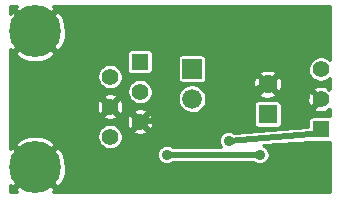
<source format=gbr>
G04 #@! TF.FileFunction,Copper,L2,Bot,Signal*
%FSLAX46Y46*%
G04 Gerber Fmt 4.6, Leading zero omitted, Abs format (unit mm)*
G04 Created by KiCad (PCBNEW (after 2015-mar-04 BZR unknown)-product) date 25.04.2015 22:10:00*
%MOMM*%
G01*
G04 APERTURE LIST*
%ADD10C,0.100000*%
%ADD11R,1.676400X1.676400*%
%ADD12C,1.676400*%
%ADD13R,1.600000X1.600000*%
%ADD14C,1.600000*%
%ADD15C,4.400000*%
%ADD16C,1.400000*%
%ADD17R,1.400000X1.400000*%
%ADD18C,0.900000*%
%ADD19C,0.500000*%
%ADD20C,0.254000*%
G04 APERTURE END LIST*
D10*
D11*
X171600000Y-89930000D03*
D12*
X171600000Y-92470000D03*
D13*
X178000000Y-93770000D03*
D14*
X178000000Y-91230000D03*
D15*
X158300000Y-86750000D03*
X158300000Y-98250000D03*
D16*
X167189960Y-91865000D03*
X164649960Y-93135000D03*
X167189960Y-94405000D03*
X164649960Y-90595000D03*
D17*
X167192500Y-89325000D03*
D16*
X164652500Y-95675000D03*
X182500000Y-92500000D03*
X182500000Y-89960000D03*
D17*
X182500000Y-95040000D03*
D18*
X174693900Y-96009300D03*
X169465800Y-97200000D03*
X177334200Y-97200000D03*
D19*
X172147400Y-93858300D02*
X167190000Y-94405000D01*
X172194600Y-93838800D02*
X172147400Y-93858300D01*
X178000000Y-91230000D02*
X172194600Y-93838800D01*
X181696400Y-95490000D02*
X174693900Y-96009300D01*
X181800000Y-95490000D02*
X181696400Y-95490000D01*
X182050000Y-95490000D02*
X181800000Y-95490000D01*
X182500000Y-95040000D02*
X182050000Y-95490000D01*
X169465800Y-97200000D02*
X177334200Y-97200000D01*
D20*
G36*
X183248000Y-100348000D02*
X168319388Y-100348000D01*
X168319388Y-94322277D01*
X168281548Y-94103526D01*
X168271324Y-94076980D01*
X168271324Y-90025000D01*
X168271324Y-88625000D01*
X168266352Y-88563823D01*
X168234607Y-88462301D01*
X168175889Y-88373607D01*
X168094828Y-88304733D01*
X167997816Y-88261109D01*
X167892500Y-88246176D01*
X166492500Y-88246176D01*
X166431323Y-88251148D01*
X166329801Y-88282893D01*
X166241107Y-88341611D01*
X166172233Y-88422672D01*
X166128609Y-88519684D01*
X166113676Y-88625000D01*
X166113676Y-90025000D01*
X166118648Y-90086177D01*
X166150393Y-90187699D01*
X166209111Y-90276393D01*
X166290172Y-90345267D01*
X166387184Y-90388891D01*
X166492500Y-90403824D01*
X167892500Y-90403824D01*
X167953677Y-90398852D01*
X168055199Y-90367107D01*
X168143893Y-90308389D01*
X168212767Y-90227328D01*
X168256391Y-90130316D01*
X168271324Y-90025000D01*
X168271324Y-94076980D01*
X168267006Y-94065769D01*
X168267006Y-91759395D01*
X168225982Y-91552207D01*
X168145496Y-91356933D01*
X168028613Y-91181011D01*
X167879787Y-91031142D01*
X167704686Y-90913035D01*
X167509979Y-90831187D01*
X167303082Y-90788717D01*
X167091876Y-90787243D01*
X166884407Y-90826820D01*
X166688576Y-90905941D01*
X166511842Y-91021592D01*
X166360938Y-91169368D01*
X166241611Y-91343641D01*
X166158407Y-91537772D01*
X166114493Y-91744367D01*
X166111544Y-91955557D01*
X166149672Y-92163298D01*
X166227424Y-92359676D01*
X166341838Y-92537213D01*
X166488558Y-92689145D01*
X166661993Y-92809686D01*
X166855538Y-92894244D01*
X167061822Y-92939598D01*
X167272986Y-92944021D01*
X167480988Y-92907345D01*
X167677905Y-92830966D01*
X167856236Y-92717794D01*
X168009188Y-92572139D01*
X168130937Y-92399549D01*
X168216844Y-92206599D01*
X168263637Y-92000637D01*
X168267006Y-91759395D01*
X168267006Y-94065769D01*
X168201758Y-93896360D01*
X168175003Y-93846306D01*
X167999463Y-93775102D01*
X167819858Y-93954707D01*
X167819858Y-93595497D01*
X167748654Y-93419957D01*
X167545747Y-93329889D01*
X167329167Y-93281136D01*
X167107237Y-93275572D01*
X166888486Y-93313412D01*
X166681320Y-93393202D01*
X166631266Y-93419957D01*
X166560062Y-93595497D01*
X167189960Y-94225395D01*
X167819858Y-93595497D01*
X167819858Y-93954707D01*
X167369565Y-94405000D01*
X167999463Y-95034898D01*
X168175003Y-94963694D01*
X168265071Y-94760787D01*
X168313824Y-94544207D01*
X168319388Y-94322277D01*
X168319388Y-100348000D01*
X167819858Y-100348000D01*
X167819858Y-95214503D01*
X167189960Y-94584605D01*
X167010355Y-94764210D01*
X167010355Y-94405000D01*
X166380457Y-93775102D01*
X166204917Y-93846306D01*
X166114849Y-94049213D01*
X166066096Y-94265793D01*
X166060532Y-94487723D01*
X166098372Y-94706474D01*
X166178162Y-94913640D01*
X166204917Y-94963694D01*
X166380457Y-95034898D01*
X167010355Y-94405000D01*
X167010355Y-94764210D01*
X166560062Y-95214503D01*
X166631266Y-95390043D01*
X166834173Y-95480111D01*
X167050753Y-95528864D01*
X167272683Y-95534428D01*
X167491434Y-95496588D01*
X167698600Y-95416798D01*
X167748654Y-95390043D01*
X167819858Y-95214503D01*
X167819858Y-100348000D01*
X165779388Y-100348000D01*
X165779388Y-93052277D01*
X165741548Y-92833526D01*
X165727006Y-92795769D01*
X165727006Y-90489395D01*
X165685982Y-90282207D01*
X165605496Y-90086933D01*
X165488613Y-89911011D01*
X165339787Y-89761142D01*
X165164686Y-89643035D01*
X164969979Y-89561187D01*
X164763082Y-89518717D01*
X164551876Y-89517243D01*
X164344407Y-89556820D01*
X164148576Y-89635941D01*
X163971842Y-89751592D01*
X163820938Y-89899368D01*
X163701611Y-90073641D01*
X163618407Y-90267772D01*
X163574493Y-90474367D01*
X163571544Y-90685557D01*
X163609672Y-90893298D01*
X163687424Y-91089676D01*
X163801838Y-91267213D01*
X163948558Y-91419145D01*
X164121993Y-91539686D01*
X164315538Y-91624244D01*
X164521822Y-91669598D01*
X164732986Y-91674021D01*
X164940988Y-91637345D01*
X165137905Y-91560966D01*
X165316236Y-91447794D01*
X165469188Y-91302139D01*
X165590937Y-91129549D01*
X165676844Y-90936599D01*
X165723637Y-90730637D01*
X165727006Y-90489395D01*
X165727006Y-92795769D01*
X165661758Y-92626360D01*
X165635003Y-92576306D01*
X165459463Y-92505102D01*
X165279858Y-92684707D01*
X165279858Y-92325497D01*
X165208654Y-92149957D01*
X165005747Y-92059889D01*
X164789167Y-92011136D01*
X164567237Y-92005572D01*
X164348486Y-92043412D01*
X164141320Y-92123202D01*
X164091266Y-92149957D01*
X164020062Y-92325497D01*
X164649960Y-92955395D01*
X165279858Y-92325497D01*
X165279858Y-92684707D01*
X164829565Y-93135000D01*
X165459463Y-93764898D01*
X165635003Y-93693694D01*
X165725071Y-93490787D01*
X165773824Y-93274207D01*
X165779388Y-93052277D01*
X165779388Y-100348000D01*
X165729546Y-100348000D01*
X165729546Y-95569395D01*
X165688522Y-95362207D01*
X165608036Y-95166933D01*
X165491153Y-94991011D01*
X165342327Y-94841142D01*
X165279858Y-94799006D01*
X165279858Y-93944503D01*
X164649960Y-93314605D01*
X164470355Y-93494210D01*
X164470355Y-93135000D01*
X163840457Y-92505102D01*
X163664917Y-92576306D01*
X163574849Y-92779213D01*
X163526096Y-92995793D01*
X163520532Y-93217723D01*
X163558372Y-93436474D01*
X163638162Y-93643640D01*
X163664917Y-93693694D01*
X163840457Y-93764898D01*
X164470355Y-93135000D01*
X164470355Y-93494210D01*
X164020062Y-93944503D01*
X164091266Y-94120043D01*
X164294173Y-94210111D01*
X164510753Y-94258864D01*
X164732683Y-94264428D01*
X164951434Y-94226588D01*
X165158600Y-94146798D01*
X165208654Y-94120043D01*
X165279858Y-93944503D01*
X165279858Y-94799006D01*
X165167226Y-94723035D01*
X164972519Y-94641187D01*
X164765622Y-94598717D01*
X164554416Y-94597243D01*
X164346947Y-94636820D01*
X164151116Y-94715941D01*
X163974382Y-94831592D01*
X163823478Y-94979368D01*
X163704151Y-95153641D01*
X163620947Y-95347772D01*
X163577033Y-95554367D01*
X163574084Y-95765557D01*
X163612212Y-95973298D01*
X163689964Y-96169676D01*
X163804378Y-96347213D01*
X163951098Y-96499145D01*
X164124533Y-96619686D01*
X164318078Y-96704244D01*
X164524362Y-96749598D01*
X164735526Y-96754021D01*
X164943528Y-96717345D01*
X165140445Y-96640966D01*
X165318776Y-96527794D01*
X165471728Y-96382139D01*
X165593477Y-96209549D01*
X165679384Y-96016599D01*
X165726177Y-95810637D01*
X165729546Y-95569395D01*
X165729546Y-100348000D01*
X160939607Y-100348000D01*
X160939607Y-98226613D01*
X160939607Y-86726613D01*
X160884325Y-86212101D01*
X160729730Y-85718260D01*
X160507746Y-85302959D01*
X160178624Y-85050982D01*
X158479605Y-86750000D01*
X160178624Y-88449018D01*
X160507746Y-88197041D01*
X160747629Y-87738527D01*
X160893451Y-87242024D01*
X160939607Y-86726613D01*
X160939607Y-98226613D01*
X160884325Y-97712101D01*
X160729730Y-97218260D01*
X160507746Y-96802959D01*
X160178624Y-96550982D01*
X159999018Y-96730587D01*
X159999018Y-96371376D01*
X159999018Y-88628624D01*
X158300000Y-86929605D01*
X156600982Y-88628624D01*
X156852959Y-88957746D01*
X157311473Y-89197629D01*
X157807976Y-89343451D01*
X158323387Y-89389607D01*
X158837899Y-89334325D01*
X159331740Y-89179730D01*
X159747041Y-88957746D01*
X159999018Y-88628624D01*
X159999018Y-96371376D01*
X159747041Y-96042254D01*
X159288527Y-95802371D01*
X158792024Y-95656549D01*
X158276613Y-95610393D01*
X157762101Y-95665675D01*
X157268260Y-95820270D01*
X156852959Y-96042254D01*
X156600982Y-96371376D01*
X158300000Y-98070395D01*
X159999018Y-96371376D01*
X159999018Y-96730587D01*
X158479605Y-98250000D01*
X160178624Y-99949018D01*
X160507746Y-99697041D01*
X160747629Y-99238527D01*
X160893451Y-98742024D01*
X160939607Y-98226613D01*
X160939607Y-100348000D01*
X159831062Y-100348000D01*
X159999018Y-100128624D01*
X158300000Y-98429605D01*
X156600982Y-100128624D01*
X156768937Y-100348000D01*
X156152000Y-100348000D01*
X156152000Y-99742782D01*
X156421376Y-99949018D01*
X158120395Y-98250000D01*
X156421376Y-96550982D01*
X156152000Y-96757217D01*
X156152000Y-88242782D01*
X156421376Y-88449018D01*
X158120395Y-86750000D01*
X156421376Y-85050982D01*
X156152000Y-85257217D01*
X156152000Y-84652000D01*
X156768937Y-84652000D01*
X156600982Y-84871376D01*
X158300000Y-86570395D01*
X159999018Y-84871376D01*
X159831062Y-84652000D01*
X183248000Y-84652000D01*
X183248000Y-89184722D01*
X183189827Y-89126142D01*
X183014726Y-89008035D01*
X182820019Y-88926187D01*
X182613122Y-88883717D01*
X182401916Y-88882243D01*
X182194447Y-88921820D01*
X181998616Y-89000941D01*
X181821882Y-89116592D01*
X181670978Y-89264368D01*
X181551651Y-89438641D01*
X181468447Y-89632772D01*
X181424533Y-89839367D01*
X181421584Y-90050557D01*
X181459712Y-90258298D01*
X181537464Y-90454676D01*
X181651878Y-90632213D01*
X181798598Y-90784145D01*
X181972033Y-90904686D01*
X182165578Y-90989244D01*
X182371862Y-91034598D01*
X182583026Y-91039021D01*
X182791028Y-91002345D01*
X182987945Y-90925966D01*
X183166276Y-90812794D01*
X183248000Y-90734968D01*
X183248000Y-91647338D01*
X183210527Y-91609865D01*
X183129897Y-91690494D01*
X183058694Y-91514957D01*
X182855787Y-91424889D01*
X182639207Y-91376136D01*
X182417277Y-91370572D01*
X182198526Y-91408412D01*
X181991360Y-91488202D01*
X181941306Y-91514957D01*
X181870102Y-91690497D01*
X182500000Y-92320395D01*
X182514142Y-92306252D01*
X182693747Y-92485857D01*
X182679605Y-92500000D01*
X182693747Y-92514142D01*
X182514142Y-92693747D01*
X182500000Y-92679605D01*
X182320395Y-92859210D01*
X182320395Y-92500000D01*
X181690497Y-91870102D01*
X181514957Y-91941306D01*
X181424889Y-92144213D01*
X181376136Y-92360793D01*
X181370572Y-92582723D01*
X181408412Y-92801474D01*
X181488202Y-93008640D01*
X181514957Y-93058694D01*
X181690497Y-93129898D01*
X182320395Y-92500000D01*
X182320395Y-92859210D01*
X181870102Y-93309503D01*
X181941306Y-93485043D01*
X182144213Y-93575111D01*
X182360793Y-93623864D01*
X182582723Y-93629428D01*
X182801474Y-93591588D01*
X183008640Y-93511798D01*
X183058694Y-93485043D01*
X183129897Y-93309505D01*
X183129898Y-93309506D01*
X183210527Y-93390135D01*
X183248000Y-93352662D01*
X183248000Y-93967982D01*
X183200000Y-93961176D01*
X183129898Y-93961176D01*
X181800000Y-93961176D01*
X181738823Y-93966148D01*
X181637301Y-93997893D01*
X181548607Y-94056611D01*
X181479733Y-94137672D01*
X181436109Y-94234684D01*
X181421176Y-94340000D01*
X181421176Y-94881688D01*
X179230419Y-95044152D01*
X179230419Y-91151245D01*
X179191412Y-90912715D01*
X179106620Y-90686378D01*
X179066810Y-90611897D01*
X178881057Y-90528548D01*
X178701452Y-90708153D01*
X178701452Y-90348943D01*
X178618103Y-90163190D01*
X178398101Y-90063103D01*
X178162801Y-90007859D01*
X177921245Y-89999581D01*
X177682715Y-90038588D01*
X177456378Y-90123380D01*
X177381897Y-90163190D01*
X177298548Y-90348943D01*
X178000000Y-91050395D01*
X178701452Y-90348943D01*
X178701452Y-90708153D01*
X178179605Y-91230000D01*
X178881057Y-91931452D01*
X179066810Y-91848103D01*
X179166897Y-91628101D01*
X179222141Y-91392801D01*
X179230419Y-91151245D01*
X179230419Y-95044152D01*
X179178824Y-95047979D01*
X179178824Y-94570000D01*
X179178824Y-92970000D01*
X179173852Y-92908823D01*
X179142107Y-92807301D01*
X179083389Y-92718607D01*
X179002328Y-92649733D01*
X178905316Y-92606109D01*
X178800000Y-92591176D01*
X178701452Y-92591176D01*
X178701452Y-92111057D01*
X178000000Y-91409605D01*
X177820395Y-91589210D01*
X177820395Y-91230000D01*
X177118943Y-90528548D01*
X176933190Y-90611897D01*
X176833103Y-90831899D01*
X176777859Y-91067199D01*
X176769581Y-91308755D01*
X176808588Y-91547285D01*
X176893380Y-91773622D01*
X176933190Y-91848103D01*
X177118943Y-91931452D01*
X177820395Y-91230000D01*
X177820395Y-91589210D01*
X177298548Y-92111057D01*
X177381897Y-92296810D01*
X177601899Y-92396897D01*
X177837199Y-92452141D01*
X178078755Y-92460419D01*
X178317285Y-92421412D01*
X178543622Y-92336620D01*
X178618103Y-92296810D01*
X178701452Y-92111057D01*
X178701452Y-92591176D01*
X177200000Y-92591176D01*
X177138823Y-92596148D01*
X177037301Y-92627893D01*
X176948607Y-92686611D01*
X176879733Y-92767672D01*
X176836109Y-92864684D01*
X176821176Y-92970000D01*
X176821176Y-94570000D01*
X176826148Y-94631177D01*
X176857893Y-94732699D01*
X176916611Y-94821393D01*
X176997672Y-94890267D01*
X177094684Y-94933891D01*
X177200000Y-94948824D01*
X178800000Y-94948824D01*
X178861177Y-94943852D01*
X178962699Y-94912107D01*
X179051393Y-94853389D01*
X179120267Y-94772328D01*
X179163891Y-94675316D01*
X179178824Y-94570000D01*
X179178824Y-95047979D01*
X175186591Y-95344040D01*
X175089144Y-95278311D01*
X174939634Y-95215463D01*
X174780763Y-95182851D01*
X174618584Y-95181719D01*
X174459274Y-95212109D01*
X174308901Y-95272864D01*
X174173192Y-95361669D01*
X174057316Y-95475143D01*
X173965688Y-95608962D01*
X173901798Y-95758030D01*
X173868078Y-95916669D01*
X173865813Y-96078836D01*
X173895091Y-96238355D01*
X173954794Y-96389149D01*
X174042650Y-96525474D01*
X174088545Y-96573000D01*
X172817024Y-96573000D01*
X172817024Y-90768200D01*
X172817024Y-89091800D01*
X172812052Y-89030623D01*
X172780307Y-88929101D01*
X172721589Y-88840407D01*
X172640528Y-88771533D01*
X172543516Y-88727909D01*
X172438200Y-88712976D01*
X170761800Y-88712976D01*
X170700623Y-88717948D01*
X170599101Y-88749693D01*
X170510407Y-88808411D01*
X170441533Y-88889472D01*
X170397909Y-88986484D01*
X170382976Y-89091800D01*
X170382976Y-90768200D01*
X170387948Y-90829377D01*
X170419693Y-90930899D01*
X170478411Y-91019593D01*
X170559472Y-91088467D01*
X170656484Y-91132091D01*
X170761800Y-91147024D01*
X172438200Y-91147024D01*
X172499377Y-91142052D01*
X172600899Y-91110307D01*
X172689593Y-91051589D01*
X172758467Y-90970528D01*
X172802091Y-90873516D01*
X172817024Y-90768200D01*
X172817024Y-96573000D01*
X172815252Y-96573000D01*
X172815252Y-92350843D01*
X172768964Y-92117069D01*
X172678150Y-91896738D01*
X172546269Y-91698242D01*
X172378346Y-91529142D01*
X172180775Y-91395879D01*
X171961083Y-91303529D01*
X171727638Y-91255609D01*
X171489330Y-91253945D01*
X171255238Y-91298601D01*
X171034278Y-91387875D01*
X170834867Y-91518366D01*
X170664598Y-91685105D01*
X170529959Y-91881740D01*
X170436078Y-92100782D01*
X170386530Y-92333888D01*
X170383202Y-92572177D01*
X170426223Y-92806575D01*
X170513951Y-93028153D01*
X170643048Y-93228471D01*
X170808594Y-93399899D01*
X171004284Y-93535908D01*
X171222666Y-93631316D01*
X171455419Y-93682490D01*
X171693680Y-93687481D01*
X171928373Y-93646099D01*
X172150558Y-93559919D01*
X172351772Y-93432224D01*
X172524352Y-93267879D01*
X172661723Y-93073143D01*
X172758654Y-92855433D01*
X172811451Y-92623042D01*
X172815252Y-92350843D01*
X172815252Y-96573000D01*
X170008704Y-96573000D01*
X169995500Y-96559703D01*
X169861044Y-96469011D01*
X169711534Y-96406163D01*
X169552663Y-96373551D01*
X169390484Y-96372419D01*
X169231174Y-96402809D01*
X169080801Y-96463564D01*
X168945092Y-96552369D01*
X168829216Y-96665843D01*
X168737588Y-96799662D01*
X168673698Y-96948730D01*
X168639978Y-97107369D01*
X168637713Y-97269536D01*
X168666991Y-97429055D01*
X168726694Y-97579849D01*
X168814550Y-97716174D01*
X168927212Y-97832839D01*
X169060388Y-97925399D01*
X169209007Y-97990329D01*
X169367406Y-98025155D01*
X169529554Y-98028552D01*
X169689273Y-98000389D01*
X169840480Y-97941740D01*
X169977415Y-97854838D01*
X170006647Y-97827000D01*
X176789973Y-97827000D01*
X176795612Y-97832839D01*
X176928788Y-97925399D01*
X177077407Y-97990329D01*
X177235806Y-98025155D01*
X177397954Y-98028552D01*
X177557673Y-98000389D01*
X177708880Y-97941740D01*
X177845815Y-97854838D01*
X177963264Y-97742993D01*
X178056751Y-97610466D01*
X178122717Y-97462305D01*
X178158648Y-97304152D01*
X178161235Y-97118909D01*
X178129733Y-96959814D01*
X178067930Y-96809869D01*
X177978180Y-96674783D01*
X177863900Y-96559703D01*
X177729444Y-96469011D01*
X177615994Y-96421321D01*
X181719617Y-96117000D01*
X181787136Y-96117000D01*
X181800000Y-96118824D01*
X183200000Y-96118824D01*
X183248000Y-96114922D01*
X183248000Y-100348000D01*
X183248000Y-100348000D01*
G37*
X183248000Y-100348000D02*
X168319388Y-100348000D01*
X168319388Y-94322277D01*
X168281548Y-94103526D01*
X168271324Y-94076980D01*
X168271324Y-90025000D01*
X168271324Y-88625000D01*
X168266352Y-88563823D01*
X168234607Y-88462301D01*
X168175889Y-88373607D01*
X168094828Y-88304733D01*
X167997816Y-88261109D01*
X167892500Y-88246176D01*
X166492500Y-88246176D01*
X166431323Y-88251148D01*
X166329801Y-88282893D01*
X166241107Y-88341611D01*
X166172233Y-88422672D01*
X166128609Y-88519684D01*
X166113676Y-88625000D01*
X166113676Y-90025000D01*
X166118648Y-90086177D01*
X166150393Y-90187699D01*
X166209111Y-90276393D01*
X166290172Y-90345267D01*
X166387184Y-90388891D01*
X166492500Y-90403824D01*
X167892500Y-90403824D01*
X167953677Y-90398852D01*
X168055199Y-90367107D01*
X168143893Y-90308389D01*
X168212767Y-90227328D01*
X168256391Y-90130316D01*
X168271324Y-90025000D01*
X168271324Y-94076980D01*
X168267006Y-94065769D01*
X168267006Y-91759395D01*
X168225982Y-91552207D01*
X168145496Y-91356933D01*
X168028613Y-91181011D01*
X167879787Y-91031142D01*
X167704686Y-90913035D01*
X167509979Y-90831187D01*
X167303082Y-90788717D01*
X167091876Y-90787243D01*
X166884407Y-90826820D01*
X166688576Y-90905941D01*
X166511842Y-91021592D01*
X166360938Y-91169368D01*
X166241611Y-91343641D01*
X166158407Y-91537772D01*
X166114493Y-91744367D01*
X166111544Y-91955557D01*
X166149672Y-92163298D01*
X166227424Y-92359676D01*
X166341838Y-92537213D01*
X166488558Y-92689145D01*
X166661993Y-92809686D01*
X166855538Y-92894244D01*
X167061822Y-92939598D01*
X167272986Y-92944021D01*
X167480988Y-92907345D01*
X167677905Y-92830966D01*
X167856236Y-92717794D01*
X168009188Y-92572139D01*
X168130937Y-92399549D01*
X168216844Y-92206599D01*
X168263637Y-92000637D01*
X168267006Y-91759395D01*
X168267006Y-94065769D01*
X168201758Y-93896360D01*
X168175003Y-93846306D01*
X167999463Y-93775102D01*
X167819858Y-93954707D01*
X167819858Y-93595497D01*
X167748654Y-93419957D01*
X167545747Y-93329889D01*
X167329167Y-93281136D01*
X167107237Y-93275572D01*
X166888486Y-93313412D01*
X166681320Y-93393202D01*
X166631266Y-93419957D01*
X166560062Y-93595497D01*
X167189960Y-94225395D01*
X167819858Y-93595497D01*
X167819858Y-93954707D01*
X167369565Y-94405000D01*
X167999463Y-95034898D01*
X168175003Y-94963694D01*
X168265071Y-94760787D01*
X168313824Y-94544207D01*
X168319388Y-94322277D01*
X168319388Y-100348000D01*
X167819858Y-100348000D01*
X167819858Y-95214503D01*
X167189960Y-94584605D01*
X167010355Y-94764210D01*
X167010355Y-94405000D01*
X166380457Y-93775102D01*
X166204917Y-93846306D01*
X166114849Y-94049213D01*
X166066096Y-94265793D01*
X166060532Y-94487723D01*
X166098372Y-94706474D01*
X166178162Y-94913640D01*
X166204917Y-94963694D01*
X166380457Y-95034898D01*
X167010355Y-94405000D01*
X167010355Y-94764210D01*
X166560062Y-95214503D01*
X166631266Y-95390043D01*
X166834173Y-95480111D01*
X167050753Y-95528864D01*
X167272683Y-95534428D01*
X167491434Y-95496588D01*
X167698600Y-95416798D01*
X167748654Y-95390043D01*
X167819858Y-95214503D01*
X167819858Y-100348000D01*
X165779388Y-100348000D01*
X165779388Y-93052277D01*
X165741548Y-92833526D01*
X165727006Y-92795769D01*
X165727006Y-90489395D01*
X165685982Y-90282207D01*
X165605496Y-90086933D01*
X165488613Y-89911011D01*
X165339787Y-89761142D01*
X165164686Y-89643035D01*
X164969979Y-89561187D01*
X164763082Y-89518717D01*
X164551876Y-89517243D01*
X164344407Y-89556820D01*
X164148576Y-89635941D01*
X163971842Y-89751592D01*
X163820938Y-89899368D01*
X163701611Y-90073641D01*
X163618407Y-90267772D01*
X163574493Y-90474367D01*
X163571544Y-90685557D01*
X163609672Y-90893298D01*
X163687424Y-91089676D01*
X163801838Y-91267213D01*
X163948558Y-91419145D01*
X164121993Y-91539686D01*
X164315538Y-91624244D01*
X164521822Y-91669598D01*
X164732986Y-91674021D01*
X164940988Y-91637345D01*
X165137905Y-91560966D01*
X165316236Y-91447794D01*
X165469188Y-91302139D01*
X165590937Y-91129549D01*
X165676844Y-90936599D01*
X165723637Y-90730637D01*
X165727006Y-90489395D01*
X165727006Y-92795769D01*
X165661758Y-92626360D01*
X165635003Y-92576306D01*
X165459463Y-92505102D01*
X165279858Y-92684707D01*
X165279858Y-92325497D01*
X165208654Y-92149957D01*
X165005747Y-92059889D01*
X164789167Y-92011136D01*
X164567237Y-92005572D01*
X164348486Y-92043412D01*
X164141320Y-92123202D01*
X164091266Y-92149957D01*
X164020062Y-92325497D01*
X164649960Y-92955395D01*
X165279858Y-92325497D01*
X165279858Y-92684707D01*
X164829565Y-93135000D01*
X165459463Y-93764898D01*
X165635003Y-93693694D01*
X165725071Y-93490787D01*
X165773824Y-93274207D01*
X165779388Y-93052277D01*
X165779388Y-100348000D01*
X165729546Y-100348000D01*
X165729546Y-95569395D01*
X165688522Y-95362207D01*
X165608036Y-95166933D01*
X165491153Y-94991011D01*
X165342327Y-94841142D01*
X165279858Y-94799006D01*
X165279858Y-93944503D01*
X164649960Y-93314605D01*
X164470355Y-93494210D01*
X164470355Y-93135000D01*
X163840457Y-92505102D01*
X163664917Y-92576306D01*
X163574849Y-92779213D01*
X163526096Y-92995793D01*
X163520532Y-93217723D01*
X163558372Y-93436474D01*
X163638162Y-93643640D01*
X163664917Y-93693694D01*
X163840457Y-93764898D01*
X164470355Y-93135000D01*
X164470355Y-93494210D01*
X164020062Y-93944503D01*
X164091266Y-94120043D01*
X164294173Y-94210111D01*
X164510753Y-94258864D01*
X164732683Y-94264428D01*
X164951434Y-94226588D01*
X165158600Y-94146798D01*
X165208654Y-94120043D01*
X165279858Y-93944503D01*
X165279858Y-94799006D01*
X165167226Y-94723035D01*
X164972519Y-94641187D01*
X164765622Y-94598717D01*
X164554416Y-94597243D01*
X164346947Y-94636820D01*
X164151116Y-94715941D01*
X163974382Y-94831592D01*
X163823478Y-94979368D01*
X163704151Y-95153641D01*
X163620947Y-95347772D01*
X163577033Y-95554367D01*
X163574084Y-95765557D01*
X163612212Y-95973298D01*
X163689964Y-96169676D01*
X163804378Y-96347213D01*
X163951098Y-96499145D01*
X164124533Y-96619686D01*
X164318078Y-96704244D01*
X164524362Y-96749598D01*
X164735526Y-96754021D01*
X164943528Y-96717345D01*
X165140445Y-96640966D01*
X165318776Y-96527794D01*
X165471728Y-96382139D01*
X165593477Y-96209549D01*
X165679384Y-96016599D01*
X165726177Y-95810637D01*
X165729546Y-95569395D01*
X165729546Y-100348000D01*
X160939607Y-100348000D01*
X160939607Y-98226613D01*
X160939607Y-86726613D01*
X160884325Y-86212101D01*
X160729730Y-85718260D01*
X160507746Y-85302959D01*
X160178624Y-85050982D01*
X158479605Y-86750000D01*
X160178624Y-88449018D01*
X160507746Y-88197041D01*
X160747629Y-87738527D01*
X160893451Y-87242024D01*
X160939607Y-86726613D01*
X160939607Y-98226613D01*
X160884325Y-97712101D01*
X160729730Y-97218260D01*
X160507746Y-96802959D01*
X160178624Y-96550982D01*
X159999018Y-96730587D01*
X159999018Y-96371376D01*
X159999018Y-88628624D01*
X158300000Y-86929605D01*
X156600982Y-88628624D01*
X156852959Y-88957746D01*
X157311473Y-89197629D01*
X157807976Y-89343451D01*
X158323387Y-89389607D01*
X158837899Y-89334325D01*
X159331740Y-89179730D01*
X159747041Y-88957746D01*
X159999018Y-88628624D01*
X159999018Y-96371376D01*
X159747041Y-96042254D01*
X159288527Y-95802371D01*
X158792024Y-95656549D01*
X158276613Y-95610393D01*
X157762101Y-95665675D01*
X157268260Y-95820270D01*
X156852959Y-96042254D01*
X156600982Y-96371376D01*
X158300000Y-98070395D01*
X159999018Y-96371376D01*
X159999018Y-96730587D01*
X158479605Y-98250000D01*
X160178624Y-99949018D01*
X160507746Y-99697041D01*
X160747629Y-99238527D01*
X160893451Y-98742024D01*
X160939607Y-98226613D01*
X160939607Y-100348000D01*
X159831062Y-100348000D01*
X159999018Y-100128624D01*
X158300000Y-98429605D01*
X156600982Y-100128624D01*
X156768937Y-100348000D01*
X156152000Y-100348000D01*
X156152000Y-99742782D01*
X156421376Y-99949018D01*
X158120395Y-98250000D01*
X156421376Y-96550982D01*
X156152000Y-96757217D01*
X156152000Y-88242782D01*
X156421376Y-88449018D01*
X158120395Y-86750000D01*
X156421376Y-85050982D01*
X156152000Y-85257217D01*
X156152000Y-84652000D01*
X156768937Y-84652000D01*
X156600982Y-84871376D01*
X158300000Y-86570395D01*
X159999018Y-84871376D01*
X159831062Y-84652000D01*
X183248000Y-84652000D01*
X183248000Y-89184722D01*
X183189827Y-89126142D01*
X183014726Y-89008035D01*
X182820019Y-88926187D01*
X182613122Y-88883717D01*
X182401916Y-88882243D01*
X182194447Y-88921820D01*
X181998616Y-89000941D01*
X181821882Y-89116592D01*
X181670978Y-89264368D01*
X181551651Y-89438641D01*
X181468447Y-89632772D01*
X181424533Y-89839367D01*
X181421584Y-90050557D01*
X181459712Y-90258298D01*
X181537464Y-90454676D01*
X181651878Y-90632213D01*
X181798598Y-90784145D01*
X181972033Y-90904686D01*
X182165578Y-90989244D01*
X182371862Y-91034598D01*
X182583026Y-91039021D01*
X182791028Y-91002345D01*
X182987945Y-90925966D01*
X183166276Y-90812794D01*
X183248000Y-90734968D01*
X183248000Y-91647338D01*
X183210527Y-91609865D01*
X183129897Y-91690494D01*
X183058694Y-91514957D01*
X182855787Y-91424889D01*
X182639207Y-91376136D01*
X182417277Y-91370572D01*
X182198526Y-91408412D01*
X181991360Y-91488202D01*
X181941306Y-91514957D01*
X181870102Y-91690497D01*
X182500000Y-92320395D01*
X182514142Y-92306252D01*
X182693747Y-92485857D01*
X182679605Y-92500000D01*
X182693747Y-92514142D01*
X182514142Y-92693747D01*
X182500000Y-92679605D01*
X182320395Y-92859210D01*
X182320395Y-92500000D01*
X181690497Y-91870102D01*
X181514957Y-91941306D01*
X181424889Y-92144213D01*
X181376136Y-92360793D01*
X181370572Y-92582723D01*
X181408412Y-92801474D01*
X181488202Y-93008640D01*
X181514957Y-93058694D01*
X181690497Y-93129898D01*
X182320395Y-92500000D01*
X182320395Y-92859210D01*
X181870102Y-93309503D01*
X181941306Y-93485043D01*
X182144213Y-93575111D01*
X182360793Y-93623864D01*
X182582723Y-93629428D01*
X182801474Y-93591588D01*
X183008640Y-93511798D01*
X183058694Y-93485043D01*
X183129897Y-93309505D01*
X183129898Y-93309506D01*
X183210527Y-93390135D01*
X183248000Y-93352662D01*
X183248000Y-93967982D01*
X183200000Y-93961176D01*
X183129898Y-93961176D01*
X181800000Y-93961176D01*
X181738823Y-93966148D01*
X181637301Y-93997893D01*
X181548607Y-94056611D01*
X181479733Y-94137672D01*
X181436109Y-94234684D01*
X181421176Y-94340000D01*
X181421176Y-94881688D01*
X179230419Y-95044152D01*
X179230419Y-91151245D01*
X179191412Y-90912715D01*
X179106620Y-90686378D01*
X179066810Y-90611897D01*
X178881057Y-90528548D01*
X178701452Y-90708153D01*
X178701452Y-90348943D01*
X178618103Y-90163190D01*
X178398101Y-90063103D01*
X178162801Y-90007859D01*
X177921245Y-89999581D01*
X177682715Y-90038588D01*
X177456378Y-90123380D01*
X177381897Y-90163190D01*
X177298548Y-90348943D01*
X178000000Y-91050395D01*
X178701452Y-90348943D01*
X178701452Y-90708153D01*
X178179605Y-91230000D01*
X178881057Y-91931452D01*
X179066810Y-91848103D01*
X179166897Y-91628101D01*
X179222141Y-91392801D01*
X179230419Y-91151245D01*
X179230419Y-95044152D01*
X179178824Y-95047979D01*
X179178824Y-94570000D01*
X179178824Y-92970000D01*
X179173852Y-92908823D01*
X179142107Y-92807301D01*
X179083389Y-92718607D01*
X179002328Y-92649733D01*
X178905316Y-92606109D01*
X178800000Y-92591176D01*
X178701452Y-92591176D01*
X178701452Y-92111057D01*
X178000000Y-91409605D01*
X177820395Y-91589210D01*
X177820395Y-91230000D01*
X177118943Y-90528548D01*
X176933190Y-90611897D01*
X176833103Y-90831899D01*
X176777859Y-91067199D01*
X176769581Y-91308755D01*
X176808588Y-91547285D01*
X176893380Y-91773622D01*
X176933190Y-91848103D01*
X177118943Y-91931452D01*
X177820395Y-91230000D01*
X177820395Y-91589210D01*
X177298548Y-92111057D01*
X177381897Y-92296810D01*
X177601899Y-92396897D01*
X177837199Y-92452141D01*
X178078755Y-92460419D01*
X178317285Y-92421412D01*
X178543622Y-92336620D01*
X178618103Y-92296810D01*
X178701452Y-92111057D01*
X178701452Y-92591176D01*
X177200000Y-92591176D01*
X177138823Y-92596148D01*
X177037301Y-92627893D01*
X176948607Y-92686611D01*
X176879733Y-92767672D01*
X176836109Y-92864684D01*
X176821176Y-92970000D01*
X176821176Y-94570000D01*
X176826148Y-94631177D01*
X176857893Y-94732699D01*
X176916611Y-94821393D01*
X176997672Y-94890267D01*
X177094684Y-94933891D01*
X177200000Y-94948824D01*
X178800000Y-94948824D01*
X178861177Y-94943852D01*
X178962699Y-94912107D01*
X179051393Y-94853389D01*
X179120267Y-94772328D01*
X179163891Y-94675316D01*
X179178824Y-94570000D01*
X179178824Y-95047979D01*
X175186591Y-95344040D01*
X175089144Y-95278311D01*
X174939634Y-95215463D01*
X174780763Y-95182851D01*
X174618584Y-95181719D01*
X174459274Y-95212109D01*
X174308901Y-95272864D01*
X174173192Y-95361669D01*
X174057316Y-95475143D01*
X173965688Y-95608962D01*
X173901798Y-95758030D01*
X173868078Y-95916669D01*
X173865813Y-96078836D01*
X173895091Y-96238355D01*
X173954794Y-96389149D01*
X174042650Y-96525474D01*
X174088545Y-96573000D01*
X172817024Y-96573000D01*
X172817024Y-90768200D01*
X172817024Y-89091800D01*
X172812052Y-89030623D01*
X172780307Y-88929101D01*
X172721589Y-88840407D01*
X172640528Y-88771533D01*
X172543516Y-88727909D01*
X172438200Y-88712976D01*
X170761800Y-88712976D01*
X170700623Y-88717948D01*
X170599101Y-88749693D01*
X170510407Y-88808411D01*
X170441533Y-88889472D01*
X170397909Y-88986484D01*
X170382976Y-89091800D01*
X170382976Y-90768200D01*
X170387948Y-90829377D01*
X170419693Y-90930899D01*
X170478411Y-91019593D01*
X170559472Y-91088467D01*
X170656484Y-91132091D01*
X170761800Y-91147024D01*
X172438200Y-91147024D01*
X172499377Y-91142052D01*
X172600899Y-91110307D01*
X172689593Y-91051589D01*
X172758467Y-90970528D01*
X172802091Y-90873516D01*
X172817024Y-90768200D01*
X172817024Y-96573000D01*
X172815252Y-96573000D01*
X172815252Y-92350843D01*
X172768964Y-92117069D01*
X172678150Y-91896738D01*
X172546269Y-91698242D01*
X172378346Y-91529142D01*
X172180775Y-91395879D01*
X171961083Y-91303529D01*
X171727638Y-91255609D01*
X171489330Y-91253945D01*
X171255238Y-91298601D01*
X171034278Y-91387875D01*
X170834867Y-91518366D01*
X170664598Y-91685105D01*
X170529959Y-91881740D01*
X170436078Y-92100782D01*
X170386530Y-92333888D01*
X170383202Y-92572177D01*
X170426223Y-92806575D01*
X170513951Y-93028153D01*
X170643048Y-93228471D01*
X170808594Y-93399899D01*
X171004284Y-93535908D01*
X171222666Y-93631316D01*
X171455419Y-93682490D01*
X171693680Y-93687481D01*
X171928373Y-93646099D01*
X172150558Y-93559919D01*
X172351772Y-93432224D01*
X172524352Y-93267879D01*
X172661723Y-93073143D01*
X172758654Y-92855433D01*
X172811451Y-92623042D01*
X172815252Y-92350843D01*
X172815252Y-96573000D01*
X170008704Y-96573000D01*
X169995500Y-96559703D01*
X169861044Y-96469011D01*
X169711534Y-96406163D01*
X169552663Y-96373551D01*
X169390484Y-96372419D01*
X169231174Y-96402809D01*
X169080801Y-96463564D01*
X168945092Y-96552369D01*
X168829216Y-96665843D01*
X168737588Y-96799662D01*
X168673698Y-96948730D01*
X168639978Y-97107369D01*
X168637713Y-97269536D01*
X168666991Y-97429055D01*
X168726694Y-97579849D01*
X168814550Y-97716174D01*
X168927212Y-97832839D01*
X169060388Y-97925399D01*
X169209007Y-97990329D01*
X169367406Y-98025155D01*
X169529554Y-98028552D01*
X169689273Y-98000389D01*
X169840480Y-97941740D01*
X169977415Y-97854838D01*
X170006647Y-97827000D01*
X176789973Y-97827000D01*
X176795612Y-97832839D01*
X176928788Y-97925399D01*
X177077407Y-97990329D01*
X177235806Y-98025155D01*
X177397954Y-98028552D01*
X177557673Y-98000389D01*
X177708880Y-97941740D01*
X177845815Y-97854838D01*
X177963264Y-97742993D01*
X178056751Y-97610466D01*
X178122717Y-97462305D01*
X178158648Y-97304152D01*
X178161235Y-97118909D01*
X178129733Y-96959814D01*
X178067930Y-96809869D01*
X177978180Y-96674783D01*
X177863900Y-96559703D01*
X177729444Y-96469011D01*
X177615994Y-96421321D01*
X181719617Y-96117000D01*
X181787136Y-96117000D01*
X181800000Y-96118824D01*
X183200000Y-96118824D01*
X183248000Y-96114922D01*
X183248000Y-100348000D01*
M02*

</source>
